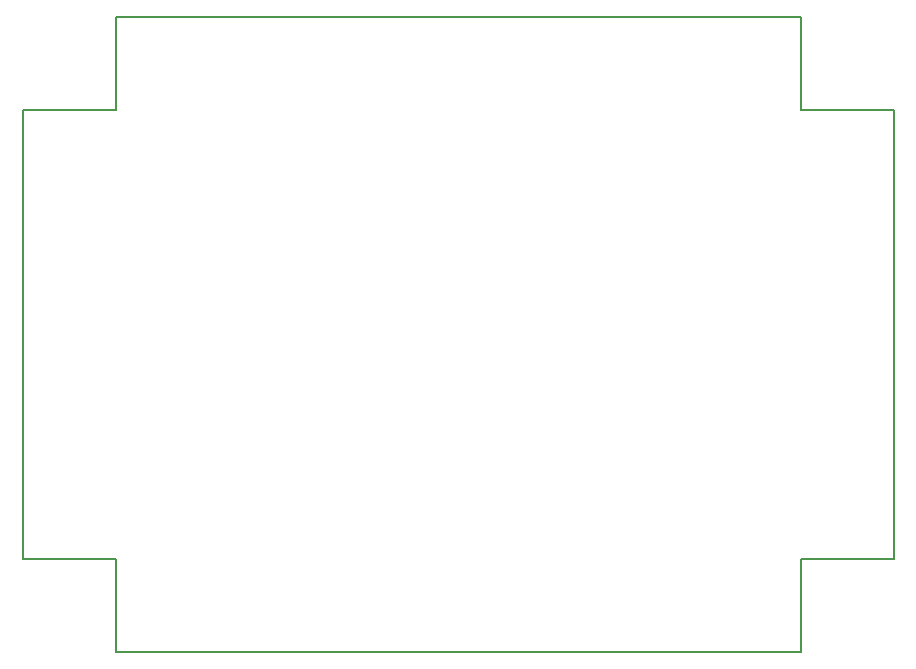
<source format=gbr>
G04 #@! TF.FileFunction,Profile,NP*
%FSLAX46Y46*%
G04 Gerber Fmt 4.6, Leading zero omitted, Abs format (unit mm)*
G04 Created by KiCad (PCBNEW (2015-05-08 BZR 5647)-product) date sáb 16 may 2015 15:50:19 CEST*
%MOMM*%
G01*
G04 APERTURE LIST*
%ADD10C,0.100000*%
%ADD11C,0.203200*%
G04 APERTURE END LIST*
D10*
D11*
X123901200Y-118110000D02*
X123901200Y-126009400D01*
X116027200Y-118110000D02*
X123901200Y-118110000D01*
X116027200Y-80137000D02*
X116027200Y-118110000D01*
X123901200Y-80137000D02*
X116027200Y-80137000D01*
X123901200Y-72237600D02*
X123901200Y-80137000D01*
X181864000Y-72237600D02*
X123901200Y-72237600D01*
X181864000Y-80137000D02*
X181864000Y-72237600D01*
X189738000Y-80137000D02*
X181864000Y-80137000D01*
X189738000Y-118110000D02*
X189738000Y-80137000D01*
X181864000Y-118110000D02*
X189738000Y-118110000D01*
X181864000Y-126009400D02*
X181864000Y-118110000D01*
X123901200Y-126009400D02*
X181864000Y-126009400D01*
M02*

</source>
